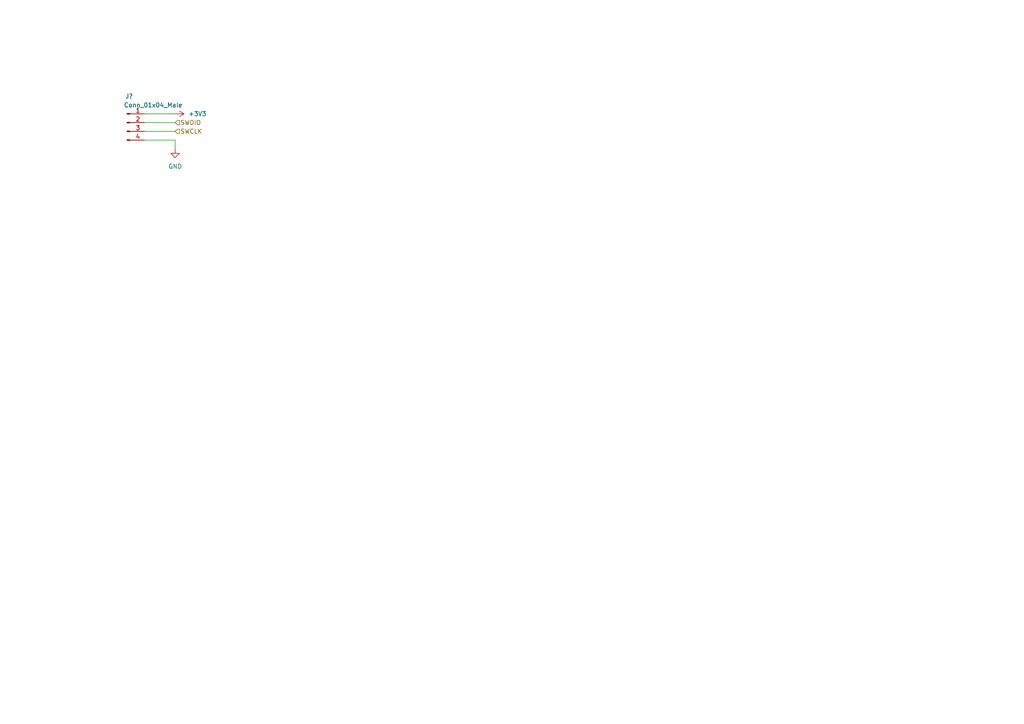
<source format=kicad_sch>
(kicad_sch (version 20230121) (generator eeschema)
  (paper "A4")
  (lib_symbols
    (symbol "Connector:Conn_01x04_Male" (pin_names (offset 1.016) hide)
      (property "Reference" "J" (at 0 5.08 0))
      (property "Value" "Conn_01x04_Male" (at 0 -7.62 0))
      (symbol "Conn_01x04_Male_1_1"
        (polyline (pts (xy 1.27 -5.08) (xy 0.8636 -5.08)) (stroke (width 0.1524)))
        (polyline (pts (xy 1.27 -2.54) (xy 0.8636 -2.54)) (stroke (width 0.1524)))
        (polyline (pts (xy 1.27 0) (xy 0.8636 0)) (stroke (width 0.1524)))
        (polyline (pts (xy 1.27 2.54) (xy 0.8636 2.54)) (stroke (width 0.1524)))
        (rectangle (start 0.8636 -4.953) (end 0 -5.207) (stroke (width 0.1524)) (fill (type outline)))
        (rectangle (start 0.8636 -2.413) (end 0 -2.667) (stroke (width 0.1524)) (fill (type outline)))
        (rectangle (start 0.8636 0.127) (end 0 -0.127) (stroke (width 0.1524)) (fill (type outline)))
        (rectangle (start 0.8636 2.667) (end 0 2.413) (stroke (width 0.1524)) (fill (type outline)))
        (pin passive line (at 5.08 2.54 180) (length 3.81) (name "Pin_1") (number "1"))
        (pin passive line (at 5.08 0 180) (length 3.81) (name "Pin_2") (number "2"))
        (pin passive line (at 5.08 -2.54 180) (length 3.81) (name "Pin_3") (number "3"))
        (pin passive line (at 5.08 -5.08 180) (length 3.81) (name "Pin_4") (number "4"))
      )
    )
    (symbol "power:+3V3" (power) (pin_names (offset 0))
      (property "Value" "+3V3" (at 0 3.556 0))
      (symbol "+3V3_0_1"
        (polyline (pts (xy -0.762 1.27) (xy 0 2.54)))
        (polyline (pts (xy 0 0) (xy 0 2.54)))
        (polyline (pts (xy 0 2.54) (xy 0.762 1.27)))
      )
      (symbol "+3V3_1_1"
        (pin power_in line (at 0 0 90) (length 0) hide (name "+3V3") (number "1"))
      )
    )
    (symbol "power:GND" (power) (pin_names (offset 0))
      (property "Value" "GND" (at 0 -3.81 0))
      (symbol "GND_0_1"
        (polyline (pts (xy 0 0) (xy 0 -1.27) (xy 1.27 -1.27) (xy 0 -2.54) (xy -1.27 -1.27) (xy 0 -1.27)))
      )
      (symbol "GND_1_1"
        (pin power_in line (at 0 0 270) (length 0) hide (name "GND") (number "1"))
      )
    )
  )
  (wire (pts (xy 50.8 40.64) (xy 50.8 43.18)))
  (wire (pts (xy 41.91 33.02) (xy 50.8 33.02)))
  (wire (pts (xy 41.91 38.1) (xy 50.8 38.1)))
  (wire (pts (xy 41.91 40.64) (xy 50.8 40.64)))
  (wire (pts (xy 41.91 35.56) (xy 50.8 35.56)))
  (hierarchical_label "SWDIO" (shape input) (at 50.8 35.56 0))
  (hierarchical_label "SWCLK" (shape input) (at 50.8 38.1 0))
  (symbol (lib_id "Connector:Conn_01x04_Male") (at 36.83 35.56 0) (unit 1)
    (property "Reference" "J?" (at 37.465 27.94 0))
    (property "Value" "Conn_01x04_Male" (at 44.45 30.48 0))
  )
  (symbol (lib_id "power:GND") (at 50.8 43.18 0) (unit 1)
    (property "Reference" "#PWR?" (effects hide))
    (property "Value" "GND" (at 50.8 48.26 0))
  )
  (symbol (lib_id "power:+3V3") (at 50.8 33.02 270) (unit 1)
    (property "Reference" "#PWR?" (effects hide))
    (property "Value" "+3V3" (at 54.61 33.0199 90) (effects (justify left)))
  )
)
</source>
